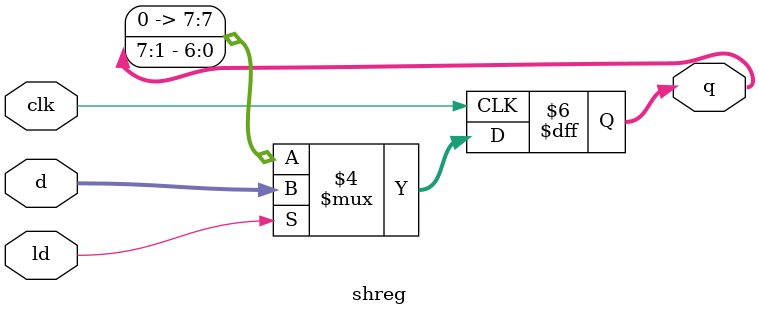
<source format=v>
`timescale 1ns/1ns

module shreg(clk, ld, d, q);
	input        clk, ld;
	input  [7:0] d;
	output [7:0] q;
	reg    [7:0] q;
	
	always@(posedge clk) begin
		if(ld == 1'b1) begin
			q <= d;
		end else begin
			q <= {1'b0, q[7:1]};
		end
	end

endmodule

</source>
